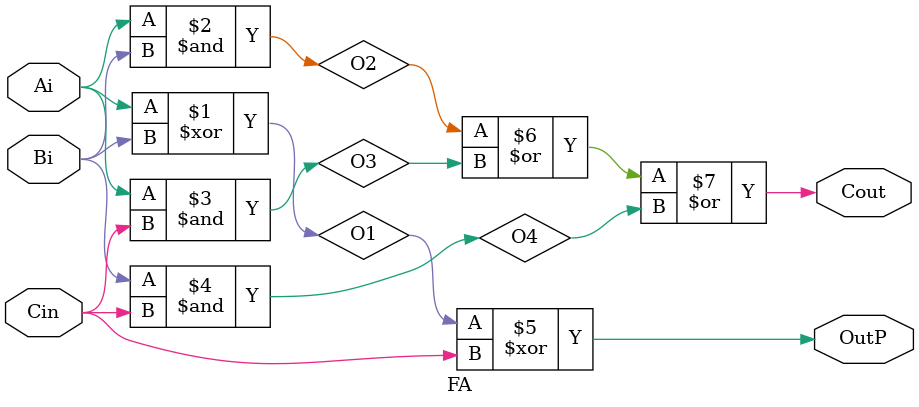
<source format=v>

module Add_Sub(
	OutP, 
	Cout,
	A, 
	B, 
	select
);

wire B0, B1, B2, B3;
wire C0, C1, C2, C3;    
input[3:0] A, B;  
input select; 
output[3:0] OutP;
output Cout;
   
xor(B0, B[0], select);
xor(B1, B[1], select);
xor(B2, B[2], select);
xor(B3, B[3], select);
xor(Cout, C3, select);
   
FA F0(OutP[0], C0, A[0], B0, select);
FA F1(OutP[1], C1, A[1], B1, C0);
FA F2(OutP[2], C2, A[2], B2, C1);
FA F3(OutP[3], C3, A[3], B3, C2); 

endmodule


module FA(
	OutP,
	Cout, 
	Cin,
	Ai, 
	Bi
);

wire O1, O2, O3, O4;
input Cin, Ai, Bi;
output OutP, Cout;
   
xor(O1, Ai, Bi);
and(O2, Ai, Bi);   
and(O3, Ai, Cin);
and(O4, Bi, Cin);   
xor(OutP, O1, Cin);
or(Cout, O2, O3, O4);

endmodule
</source>
